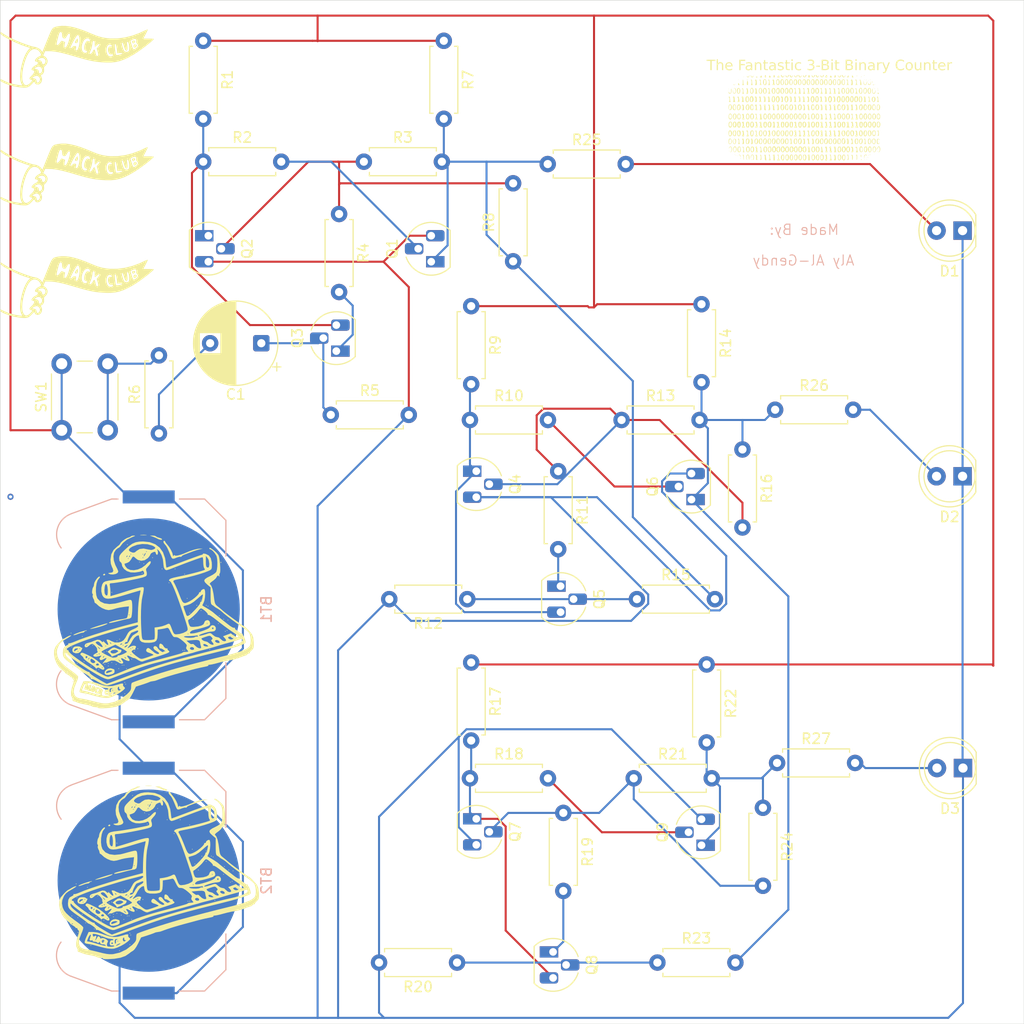
<source format=kicad_pcb>
(kicad_pcb (version 20241229) (generator "pcbnew") (generator_version "9.0")
  (layers (0 "F.Cu" signal) (2 "B.Cu" signal) (13 "F.Paste" user) (15 "B.Paste" user) (5 "F.SilkS" user "F.Silkscreen") (7 "B.SilkS" user "B.Silkscreen") (1 "F.Mask" user) (3 "B.Mask" user) (25 "Edge.Cuts" user))
  (net 0 "")
  (net 1 "Net-(BT1-+)")
  (net 2 "Net-(BT1--)")
  (net 3 "Net-(BT2--)")
  (net 4 "Net-(C1-Pad2)")
  (net 5 "Net-(Q3-B)")
  (net 6 "Net-(D1-A)")
  (net 7 "Net-(D2-A)")
  (net 8 "Net-(D3-A)")
  (net 9 "Net-(Q1-C)")
  (net 10 "Net-(Q1-B)")
  (net 11 "Net-(Q2-C)")
  (net 12 "Net-(Q2-B)")
  (net 13 "Net-(Q3-C)")
  (net 14 "Net-(Q4-B)")
  (net 15 "Net-(Q4-C)")
  (net 16 "Net-(Q5-B)")
  (net 17 "Net-(Q5-C)")
  (net 18 "Net-(Q6-B)")
  (net 19 "Net-(Q6-C)")
  (net 20 "Net-(Q7-C)")
  (net 21 "Net-(Q7-B)")
  (net 22 "Net-(Q8-C)")
  (net 23 "Net-(Q8-B)")
  (net 24 "Net-(Q9-C)")
  (net 25 "Net-(Q9-B)")
  (net 26 "Net-(R6-Pad2)")
  (footprint "Package_TO_SOT_THT:TO-92L_HandSolder" (layer "F.Cu") (at 176.5 86 -90)
    (property "Reference" "Q4" (at 1.27 -3.8 90) (layer "F.SilkS"))
    (property "Value" "NPN")
    (pad "1" thru_hole rect (at 0 0 270) (size 1.1 1.8) (drill 0.75 (offset 0 0.4)) (layers "*.Cu" "*.Mask") (net 15 "Net-(Q4-C)"))
    (pad "2" thru_hole roundrect (at 1.27 -1.27 270) (size 1.1 1.8) (drill 0.75 (offset 0 -0.4)) (layers "*.Cu" "*.Mask") (net 14 "Net-(Q4-B)"))
    (pad "3" thru_hole roundrect (at 2.54 0 270) (size 1.1 1.8) (drill 0.75 (offset 0 0.4)) (layers "*.Cu" "*.Mask") (net 3 "Net-(BT2--)"))
  )
  (footprint "Resistor_THT:R_Axial_DIN0207_L6.3mm_D2.5mm_P7.62mm_Horizontal" (layer "F.Cu") (at 176 69.88 -90)
    (property "Reference" "R9" (at 3.81 -2.37 90) (layer "F.SilkS"))
    (property "Value" "R")
    (pad "1" thru_hole circle (at 0 0 270) (size 1.6 1.6) (drill 0.8) (layers "*.Cu" "*.Mask") (net 1 "Net-(BT1-+)"))
    (pad "2" thru_hole circle (at 7.62 0 270) (size 1.6 1.6) (drill 0.8) (layers "*.Cu" "*.Mask") (net 15 "Net-(Q4-C)"))
  )
  (footprint "LOGO" (layer "F.Cu") (at 137.5 45.5)
    (property "Reference" "G***" (hide yes))
    (property "Value" "LOGO" (hide yes))
  )
  (footprint "Package_TO_SOT_THT:TO-92L_HandSolder" (layer "F.Cu") (at 197.52 88.77 90)
    (property "Reference" "Q6" (at 1.27 -3.8 90) (layer "F.SilkS"))
    (property "Value" "NPN")
    (pad "1" thru_hole rect (at 0 0 90) (size 1.1 1.8) (drill 0.75 (offset 0 0.4)) (layers "*.Cu" "*.Mask") (net 19 "Net-(Q6-C)"))
    (pad "2" thru_hole roundrect (at 1.27 -1.27 90) (size 1.1 1.8) (drill 0.75 (offset 0 -0.4)) (layers "*.Cu" "*.Mask") (net 18 "Net-(Q6-B)"))
    (pad "3" thru_hole roundrect (at 2.54 0 90) (size 1.1 1.8) (drill 0.75 (offset 0 0.4)) (layers "*.Cu" "*.Mask") (net 3 "Net-(BT2--)"))
  )
  (footprint "Resistor_THT:R_Axial_DIN0207_L6.3mm_D2.5mm_P7.62mm_Horizontal" (layer "F.Cu") (at 205.69 80)
    (property "Reference" "R26" (at 3.81 -2.37 0) (layer "F.SilkS"))
    (property "Value" "R")
    (pad "1" thru_hole circle (at 0 0) (size 1.6 1.6) (drill 0.8) (layers "*.Cu" "*.Mask") (net 19 "Net-(Q6-C)"))
    (pad "2" thru_hole circle (at 7.62 0) (size 1.6 1.6) (drill 0.8) (layers "*.Cu" "*.Mask") (net 7 "Net-(D2-A)"))
  )
  (footprint "Resistor_THT:R_Axial_DIN0207_L6.3mm_D2.5mm_P7.62mm_Horizontal" (layer "F.Cu") (at 205.88 114.5)
    (property "Reference" "R27" (at 3.81 -2.37 0) (layer "F.SilkS"))
    (property "Value" "R")
    (pad "1" thru_hole circle (at 0 0) (size 1.6 1.6) (drill 0.8) (layers "*.Cu" "*.Mask") (net 24 "Net-(Q9-C)"))
    (pad "2" thru_hole circle (at 7.62 0) (size 1.6 1.6) (drill 0.8) (layers "*.Cu" "*.Mask") (net 8 "Net-(D3-A)"))
  )
  (footprint "Resistor_THT:R_Axial_DIN0207_L6.3mm_D2.5mm_P7.62mm_Horizontal" (layer "F.Cu") (at 183.477349 56)
    (property "Reference" "R25" (at 3.81 -2.37 0) (layer "F.SilkS"))
    (property "Value" "R")
    (pad "1" thru_hole circle (at 0 0) (size 1.6 1.6) (drill 0.8) (layers "*.Cu" "*.Mask") (net 9 "Net-(Q1-C)"))
    (pad "2" thru_hole circle (at 7.62 0) (size 1.6 1.6) (drill 0.8) (layers "*.Cu" "*.Mask") (net 6 "Net-(D1-A)"))
  )
  (footprint "Resistor_THT:R_Axial_DIN0207_L6.3mm_D2.5mm_P7.62mm_Horizontal" (layer "F.Cu") (at 192.19 98.5)
    (property "Reference" "R15" (at 3.81 -2.37 0) (layer "F.SilkS"))
    (property "Value" "R")
    (pad "1" thru_hole circle (at 0 0) (size 1.6 1.6) (drill 0.8) (layers "*.Cu" "*.Mask") (net 16 "Net-(Q5-B)"))
    (pad "2" thru_hole circle (at 7.62 0) (size 1.6 1.6) (drill 0.8) (layers "*.Cu" "*.Mask") (net 9 "Net-(Q1-C)"))
  )
  (footprint "Resistor_THT:R_Axial_DIN0207_L6.3mm_D2.5mm_P7.62mm_Horizontal" (layer "F.Cu") (at 185 119.38 -90)
    (property "Reference" "R19" (at 3.81 -2.37 90) (layer "F.SilkS"))
    (property "Value" "R")
    (pad "1" thru_hole circle (at 0 0 270) (size 1.6 1.6) (drill 0.8) (layers "*.Cu" "*.Mask") (net 21 "Net-(Q7-B)"))
    (pad "2" thru_hole circle (at 7.62 0 270) (size 1.6 1.6) (drill 0.8) (layers "*.Cu" "*.Mask") (net 22 "Net-(Q8-C)"))
  )
  (footprint "Package_TO_SOT_THT:TO-92L_HandSolder" (layer "F.Cu") (at 184 132.96 -90)
    (property "Reference" "Q8" (at 1.27 -3.8 90) (layer "F.SilkS"))
    (property "Value" "NPN")
    (pad "1" thru_hole rect (at 0 0 270) (size 1.1 1.8) (drill 0.75 (offset 0 0.4)) (layers "*.Cu" "*.Mask") (net 22 "Net-(Q8-C)"))
    (pad "2" thru_hole roundrect (at 1.27 -1.27 270) (size 1.1 1.8) (drill 0.75 (offset 0 -0.4)) (layers "*.Cu" "*.Mask") (net 23 "Net-(Q8-B)"))
    (pad "3" thru_hole roundrect (at 2.54 0 270) (size 1.1 1.8) (drill 0.75 (offset 0 0.4)) (layers "*.Cu" "*.Mask") (net 20 "Net-(Q7-C)"))
  )
  (footprint "Package_TO_SOT_THT:TO-92L_HandSolder" (layer "F.Cu") (at 184.73 97.23 -90)
    (property "Reference" "Q5" (at 1.27 -3.8 90) (layer "F.SilkS"))
    (property "Value" "NPN")
    (pad "1" thru_hole rect (at 0 0 270) (size 1.1 1.8) (drill 0.75 (offset 0 0.4)) (layers "*.Cu" "*.Mask") (net 17 "Net-(Q5-C)"))
    (pad "2" thru_hole roundrect (at 1.27 -1.27 270) (size 1.1 1.8) (drill 0.75 (offset 0 -0.4)) (layers "*.Cu" "*.Mask") (net 16 "Net-(Q5-B)"))
    (pad "3" thru_hole roundrect (at 2.54 0 270) (size 1.1 1.8) (drill 0.75 (offset 0 0.4)) (layers "*.Cu" "*.Mask") (net 15 "Net-(Q4-C)"))
  )
  (footprint "Resistor_THT:R_Axial_DIN0207_L6.3mm_D2.5mm_P7.62mm_Horizontal" (layer "F.Cu") (at 163.097349 60.88 -90)
    (property "Reference" "R4" (at 3.81 -2.37 90) (layer "F.SilkS"))
    (property "Value" "R")
    (pad "1" thru_hole circle (at 0 0 270) (size 1.6 1.6) (drill 0.8) (layers "*.Cu" "*.Mask") (net 12 "Net-(Q2-B)"))
    (pad "2" thru_hole circle (at 7.62 0 270) (size 1.6 1.6) (drill 0.8) (layers "*.Cu" "*.Mask") (net 13 "Net-(Q3-C)"))
  )
  (footprint "LOGO" (layer "F.Cu") (at 145.5 125)
    (property "Reference" "G***" (hide yes))
    (property "Value" "LOGO" (hide yes))
  )
  (footprint "Resistor_THT:R_Axial_DIN0207_L6.3mm_D2.5mm_P7.62mm_Horizontal" (layer "F.Cu") (at 175.88 116)
    (property "Reference" "R18" (at 3.81 -2.37 0) (layer "F.SilkS"))
    (property "Value" "R")
    (pad "1" thru_hole circle (at 0 0) (size 1.6 1.6) (drill 0.8) (layers "*.Cu" "*.Mask") (net 20 "Net-(Q7-C)"))
    (pad "2" thru_hole circle (at 7.62 0) (size 1.6 1.6) (drill 0.8) (layers "*.Cu" "*.Mask") (net 25 "Net-(Q9-B)"))
  )
  (footprint "LED_THT:LED_D5.0mm" (layer "F.Cu") (at 224 86.5 180)
    (property "Reference" "D2" (at 1.27 -3.96 0) (layer "F.SilkS"))
    (property "Value" "LED")
    (pad "1" thru_hole rect (at 0 0 180) (size 1.8 1.8) (drill 0.9) (layers "*.Cu" "*.Mask") (net 3 "Net-(BT2--)"))
    (pad "2" thru_hole circle (at 2.54 0 180) (size 1.8 1.8) (drill 0.9) (layers "*.Cu" "*.Mask") (net 7 "Net-(D2-A)"))
  )
  (footprint "Resistor_THT:R_Axial_DIN0207_L6.3mm_D2.5mm_P7.62mm_Horizontal" (layer "F.Cu") (at 174.62 134 180)
    (property "Reference" "R20" (at 3.81 -2.37 0) (layer "F.SilkS"))
    (property "Value" "R")
    (pad "1" thru_hole circle (at 0 0 180) (size 1.6 1.6) (drill 0.8) (layers "*.Cu" "*.Mask") (net 23 "Net-(Q8-B)"))
    (pad "2" thru_hole circle (at 7.62 0 180) (size 1.6 1.6) (drill 0.8) (layers "*.Cu" "*.Mask") (net 3 "Net-(BT2--)"))
  )
  (footprint "Resistor_THT:R_Axial_DIN0207_L6.3mm_D2.5mm_P7.62mm_Horizontal" (layer "F.Cu") (at 162.287349 80.5)
    (property "Reference" "R5" (at 3.81 -2.37 0) (layer "F.SilkS"))
    (property "Value" "R")
    (pad "1" thru_hole circle (at 0 0) (size 1.6 1.6) (drill 0.8) (layers "*.Cu" "*.Mask") (net 5 "Net-(Q3-B)"))
    (pad "2" thru_hole circle (at 7.62 0) (size 1.6 1.6) (drill 0.8) (layers "*.Cu" "*.Mask") (net 3 "Net-(BT2--)"))
  )
  (footprint "Capacitor_THT:CP_Radial_D8.0mm_P5.00mm" (layer "F.Cu") (at 155.5 73.5 180)
    (property "Reference" "C1" (at 2.5 -5 0) (layer "F.SilkS"))
    (property "Value" "C")
    (pad "1" thru_hole roundrect (at 0 0 180) (size 1.6 1.6) (drill 0.8) (layers "*.Cu" "*.Mask") (roundrect_rratio 0.15625) (net 5 "Net-(Q3-B)"))
    (pad "2" thru_hole circle (at 5 0 180) (size 1.6 1.6) (drill 0.8) (layers "*.Cu" "*.Mask") (net 4 "Net-(C1-Pad2)"))
  )
  (footprint "Resistor_THT:R_Axial_DIN0207_L6.3mm_D2.5mm_P7.62mm_Horizontal" (layer "F.Cu") (at 149.827349 43.96 -90)
    (property "Reference" "R1" (at 3.81 -2.37 90) (layer "F.SilkS"))
    (property "Value" "R")
    (pad "1" thru_hole circle (at 0 0 270) (size 1.6 1.6) (drill 0.8) (layers "*.Cu" "*.Mask") (net 1 "Net-(BT1-+)"))
    (pad "2" thru_hole circle (at 7.62 0 270) (size 1.6 1.6) (drill 0.8) (layers "*.Cu" "*.Mask") (net 11 "Net-(Q2-C)"))
  )
  (footprint "Resistor_THT:R_Axial_DIN0207_L6.3mm_D2.5mm_P7.62mm_Horizontal" (layer "F.Cu") (at 173.327349 43.96 -90)
    (property "Reference" "R7" (at 3.81 -2.37 90) (layer "F.SilkS"))
    (property "Value" "R")
    (pad "1" thru_hole circle (at 0 0 270) (size 1.6 1.6) (drill 0.8) (layers "*.Cu" "*.Mask") (net 1 "Net-(BT1-+)"))
    (pad "2" thru_hole circle (at 7.62 0 270) (size 1.6 1.6) (drill 0.8) (layers "*.Cu" "*.Mask") (net 9 "Net-(Q1-C)"))
  )
  (footprint "Resistor_THT:R_Axial_DIN0207_L6.3mm_D2.5mm_P7.62mm_Horizontal" (layer "F.Cu") (at 184.5 86 -90)
    (property "Reference" "R11" (at 3.81 -2.37 90) (layer "F.SilkS"))
    (property "Value" "R")
    (pad "1" thru_hole circle (at 0 0 270) (size 1.6 1.6) (drill 0.8) (layers "*.Cu" "*.Mask") (net 14 "Net-(Q4-B)"))
    (pad "2" thru_hole circle (at 7.62 0 270) (size 1.6 1.6) (drill 0.8) (layers "*.Cu" "*.Mask") (net 17 "Net-(Q5-C)"))
  )
  (footprint "Resistor_THT:R_Axial_DIN0207_L6.3mm_D2.5mm_P7.62mm_Horizontal" (layer "F.Cu") (at 191.88 116)
    (property "Reference" "R21" (at 3.81 -2.37 0) (layer "F.SilkS"))
    (property "Value" "R")
    (pad "1" thru_hole circle (at 0 0) (size 1.6 1.6) (drill 0.8) (layers "*.Cu" "*.Mask") (net 21 "Net-(Q7-B)"))
    (pad "2" thru_hole circle (at 7.62 0) (size 1.6 1.6) (drill 0.8) (layers "*.Cu" "*.Mask") (net 24 "Net-(Q9-C)"))
  )
  (footprint "Package_TO_SOT_THT:TO-92L_HandSolder" (layer "F.Cu") (at 176.5 119.96 -90)
    (property "Reference" "Q7" (at 1.27 -3.8 90) (layer "F.SilkS"))
    (property "Value" "NPN")
    (pad "1" thru_hole rect (at 0 0 270) (size 1.1 1.8) (drill 0.75 (offset 0 0.4)) (layers "*.Cu" "*.Mask") (net 20 "Net-(Q7-C)"))
    (pad "2" thru_hole roundrect (at 1.27 -1.27 270) (size 1.1 1.8) (drill 0.75 (offset 0 -0.4)) (layers "*.Cu" "*.Mask") (net 21 "Net-(Q7-B)"))
    (pad "3" thru_hole roundrect (at 2.54 0 270) (size 1.1 1.8) (drill 0.75 (offset 0 0.4)) (layers "*.Cu" "*.Mask") (net 3 "Net-(BT2--)"))
  )
  (footprint "LED_THT:LED_D5.0mm" (layer "F.Cu") (at 224 62.5 180)
    (property "Reference" "D1" (at 1.27 -3.96 0) (layer "F.SilkS"))
    (property "Value" "LED")
    (pad "1" thru_hole rect (at 0 0 180) (size 1.8 1.8) (drill 0.9) (layers "*.Cu" "*.Mask") (net 3 "Net-(BT2--)"))
    (pad "2" thru_hole circle (at 2.54 0 180) (size 1.8 1.8) (drill 0.9) (layers "*.Cu" "*.Mask") (net 6 "Net-(D1-A)"))
  )
  (footprint "Resistor_THT:R_Axial_DIN0207_L6.3mm_D2.5mm_P7.62mm_Horizontal" (layer "F.Cu") (at 165.517349 55.77)
    (property "Reference" "R3" (at 3.81 -2.37 0) (layer "F.SilkS"))
    (property "Value" "R")
    (pad "1" thru_hole circle (at 0 0) (size 1.6 1.6) (drill 0.8) (layers "*.Cu" "*.Mask") (net 12 "Net-(Q2-B)"))
    (pad "2" thru_hole circle (at 7.62 0) (size 1.6 1.6) (drill 0.8) (layers "*.Cu" "*.Mask") (net 9 "Net-(Q1-C)"))
  )
  (footprint "Resistor_THT:R_Axial_DIN0207_L6.3mm_D2.5mm_P7.62mm_Horizontal" (layer "F.Cu") (at 175.62 98.5 180)
    (property "Reference" "R12" (at 3.81 -2.37 0) (layer "F.SilkS"))
    (property "Value" "R")
    (pad "1" thru_hole circle (at 0 0 180) (size 1.6 1.6) (drill 0.8) (layers "*.Cu" "*.Mask") (net 16 "Net-(Q5-B)"))
    (pad "2" thru_hole circle (at 7.62 0 180) (size 1.6 1.6) (drill 0.8) (layers "*.Cu" "*.Mask") (net 3 "Net-(BT2--)"))
  )
  (footprint "Package_TO_SOT_THT:TO-92L_HandSolder" (layer "F.Cu") (at 198.5 122.54 90)
    (property "Reference" "Q9" (at 1.27 -3.8 90) (layer "F.SilkS"))
    (property "Value" "NPN")
    (pad "1" thru_hole rect (at 0 0 90) (size 1.1 1.8) (drill 0.75 (offset 0 0.4)) (layers "*.Cu" "*.Mask") (net 24 "Net-(Q9-C)"))
    (pad "2" thru_hole roundrect (at 1.27 -1.27 90) (size 1.1 1.8) (drill 0.75 (offset 0 -0.4)) (layers "*.Cu" "*.Mask") (net 25 "Net-(Q9-B)"))
    (pad "3" thru_hole roundrect (at 2.54 0 90) (size 1.1 1.8) (drill 0.75 (offset 0 0.4)) (layers "*.Cu" "*.Mask") (net 3 "Net-(BT2--)"))
  )
  (footprint "Package_TO_SOT_THT:TO-92L_HandSolder" (layer "F.Cu") (at 172.097349 65.54 90)
    (property "Reference" "Q1" (at 1.27 -3.8 90) (layer "F.SilkS"))
    (property "Value" "NPN")
    (pad "1" thru_hole rect (at 0 0 90) (size 1.1 1.8) (drill 0.75 (offset 0 0.4)) (layers "*.Cu" "*.Mask") (net 9 "Net-(Q1-C)"))
    (pad "2" thru_hole roundrect (at 1.27 -1.27 90) (size 1.1 1.8) (drill 0.75 (offset 0 -0.4)) (layers "*.Cu" "*.Mask") (net 10 "Net-(Q1-B)"))
    (pad "3" thru_hole roundrect (at 2.54 0 90) (size 1.1 1.8) (drill 0.75 (offset 0 0.4)) (layers "*.Cu" "*.Mask") (net 3 "Net-(BT2--)"))
  )
  (footprint "Package_TO_SOT_THT:TO-92L_HandSolder" (layer "F.Cu") (at 150.327349 63 -90)
    (property "Reference" "Q2" (at 1.27 -3.8 90) (layer "F.SilkS"))
    (property "Value" "NPN")
    (pad "1" thru_hole rect (at 0 0 270) (size 1.1 1.8) (drill 0.75 (offset 0 0.4)) (layers "*.Cu" "*.Mask") (net 11 "Net-(Q2-C)"))
    (pad "2" thru_hole roundrect (at 1.27 -1.27 270) (size 1.1 1.8) (drill 0.75 (offset 0 -0.4)) (layers "*.Cu" "*.Mask") (net 12 "Net-(Q2-B)"))
    (pad "3" thru_hole roundrect (at 2.54 0 270) (size 1.1 1.8) (drill 0.75 (offset 0 0.4)) (layers "*.Cu" "*.Mask") (net 3 "Net-(BT2--)"))
  )
  (footprint "LOGO" (layer "F.Cu") (at 137.5 68)
    (property "Reference" "G***" (hide yes))
    (property "Value" "LOGO" (hide yes))
  )
  (footprint "LED_THT:LED_D5.0mm" (layer "F.Cu") (at 224.04 115 180)
    (property "Reference" "D3" (at 1.27 -3.96 0) (layer "F.SilkS"))
    (property "Value" "LED")
    (pad "1" thru_hole rect (at 0 0 180) (size 1.8 1.8) (drill 0.9) (layers "*.Cu" "*.Mask") (net 3 "Net-(BT2--)"))
    (pad "2" thru_hole circle (at 2.54 0 180) (size 1.8 1.8) (drill 0.9) (layers "*.Cu" "*.Mask") (net 8 "Net-(D3-A)"))
  )
  (footprint "Resistor_THT:R_Axial_DIN0207_L6.3mm_D2.5mm_P7.62mm_Horizontal" (layer "F.Cu") (at 149.827349 55.77)
    (property "Reference" "R2" (at 3.81 -2.37 0) (layer "F.SilkS"))
    (property "Value" "R")
    (pad "1" thru_hole circle (at 0 0) (size 1.6 1.6) (drill 0.8) (layers "*.Cu" "*.Mask") (net 11 "Net-(Q2-C)"))
    (pad "2" thru_hole circle (at 7.62 0) (size 1.6 1.6) (drill 0.8) (layers "*.Cu" "*.Mask") (net 10 "Net-(Q1-B)"))
  )
  (footprint "LOGO" (layer "F.Cu") (at 145 100.5)
    (property "Reference" "G***" (hide yes))
    (property "Value" "LOGO" (hide yes))
  )
  (footprint "Resistor_THT:R_Axial_DIN0207_L6.3mm_D2.5mm_P7.62mm_Horizontal" (layer "F.Cu") (at 145.5 82.31 90)
    (property "Reference" "R6" (at 3.81 -2.37 90) (layer "F.SilkS"))
    (property "Value" "R")
    (pad "1" thru_hole circle (at 0 0 90) (size 1.6 1.6) (drill 0.8) (layers "*.Cu" "*.Mask") (net 4 "Net-(C1-Pad2)"))
    (pad "2" thru_hole circle (at 7.62 0 90) (size 1.6 1.6) (drill 0.8) (layers "*.Cu" "*.Mask") (net 26 "Net-(R6-Pad2)"))
  )
  (footprint "Resistor_THT:R_Axial_DIN0207_L6.3mm_D2.5mm_P7.62mm_Horizontal" (layer "F.Cu") (at 202.5 83.88 -90)
    (property "Reference" "R16" (at 3.81 -2.37 90) (layer "F.SilkS"))
    (property "Value" "R")
    (pad "1" thru_hole circle (at 0 0 270) (size 1.6 1.6) (drill 0.8) (layers "*.Cu" "*.Mask") (net 19 "Net-(Q6-C)"))
    (pad "2" thru_hole circle (at 7.62 0 270) (size 1.6 1.6) (drill 0.8) (layers "*.Cu" "*.Mask") (net 14 "Net-(Q4-B)"))
  )
  (footprint "LOGO" (layer "F.Cu") (at 208.5 51.5)
    (property "Reference" "G***" (hide yes))
    (property "Value" "LOGO" (hide yes))
  )
  (footprint "LOGO" (layer "F.Cu") (at 137.5 57)
    (property "Reference" "G***" (hide yes))
    (property "Value" "LOGO" (hide yes))
  )
  (footprint "Resistor_THT:R_Axial_DIN0207_L6.3mm_D2.5mm_P7.62mm_Horizontal" (layer "F.Cu") (at 176 104.69 -90)
    (property "Reference" "R17" (at 3.81 -2.37 90) (layer "F.SilkS"))
    (property "Value" "R")
    (pad "1" thru_hole circle (at 0 0 270) (size 1.6 1.6) (drill 0.8) (layers "*.Cu" "*.Mask") (net 1 "Net-(BT1-+)"))
    (pad "2" thru_hole circle (at 7.62 0 270) (size 1.6 1.6) (drill 0.8) (layers "*.Cu" "*.Mask") (net 20 "Net-(Q7-C)"))
  )
  (footprint "Resistor_THT:R_Axial_DIN0207_L6.3mm_D2.5mm_P7.62mm_Horizontal" (layer "F.Cu") (at 204.5 118.88 -90)
    (property "Reference" "R24" (at 3.81 -2.37 90) (layer "F.SilkS"))
    (property "Value" "R")
    (pad "1" thru_hole circle (at 0 0 270) (size 1.6 1.6) (drill 0.8) (layers "*.Cu" "*.Mask") (net 24 "Net-(Q9-C)"))
    (pad "2" thru_hole circle (at 7.62 0 270) (size 1.6 1.6) (drill 0.8) (layers "*.Cu" "*.Mask") (net 21 "Net-(Q7-B)"))
  )
  (footprint "Resistor_THT:R_Axial_DIN0207_L6.3mm_D2.5mm_P7.62mm_Horizontal" (layer "F.Cu") (at 190.69 81)
    (property "Reference" "R13" (at 3.81 -2.37 0) (layer "F.SilkS"))
    (property "Value" "R")
    (pad "1" thru_hole circle (at 0 0) (size 1.6 1.6) (drill 0.8) (layers "*.Cu" "*.Mask") (net 14 "Net-(Q4-B)"))
    (pad "2" thru_hole circle (at 7.62 0) (size 1.6 1.6) (drill 0.8) (layers "*.Cu" "*.Mask") (net 19 "Net-(Q6-C)"))
  )
  (footprint "Resistor_THT:R_Axial_DIN0207_L6.3mm_D2.5mm_P7.62mm_Horizontal" (layer "F.Cu") (at 199 104.88 -90)
    (property "Reference" "R22" (at 3.81 -2.37 90) (layer "F.SilkS"))
    (property "Value" "R")
    (pad "1" thru_hole circle (at 0 0 270) (size 1.6 1.6) (drill 0.8) (layers "*.Cu" "*.Mask") (net 1 "Net-(BT1-+)"))
    (pad "2" thru_hole circle (at 7.62 0 270) (size 1.6 1.6) (drill 0.8) (layers "*.Cu" "*.Mask") (net 24 "Net-(Q9-C)"))
  )
  (footprint "Package_TO_SOT_THT:TO-92L_HandSolder" (layer "F.Cu") (at 162.827349 74.27 90)
    (property "Reference" "Q3" (at 1.27 -3.8 90) (layer "F.SilkS"))
    (property "Value" "NPN")
    (pad "1" thru_hole rect (at 0 0 90) (size 1.1 1.8) (drill 0.75 (offset 0 0.4)) (layers "*.Cu" "*.Mask") (net 13 "Net-(Q3-C)"))
    (pad "2" thru_hole roundrect (at 1.27 -1.27 90) (size 1.1 1.8) (drill 0.75 (offset 0 -0.4)) (layers "*.Cu" "*.Mask") (net 5 "Net-(Q3-B)"))
    (pad "3" thru_hole roundrect (at 2.54 0 90) (size 1.1 1.8) (drill 0.75 (offset 0 0.4)) (layers "*.Cu" "*.Mask") (net 11 "Net-(Q2-C)"))
  )
  (footprint "Resistor_THT:R_Axial_DIN0207_L6.3mm_D2.5mm_P7.62mm_Horizontal" (layer "F.Cu") (at 198.5 69.69 -90)
    (property "Reference" "R14" (at 3.81 -2.37 90) (layer "F.SilkS"))
    (property "Value" "R")
    (pad "1" thru_hole circle (at 0 0 270) (size 1.6 1.6) (drill 0.8) (layers "*.Cu" "*.Mask") (net 1 "Net-(BT1-+)"))
    (pad "2" thru_hole circle (at 7.62 0 270) (size 1.6 1.6) (drill 0.8) (layers "*.Cu" "*.Mask") (net 19 "Net-(Q6-C)"))
  )
  (footprint "Resistor_THT:R_Axial_DIN0207_L6.3mm_D2.5mm_P7.62mm_Horizontal" (layer "F.Cu") (at 175.88 81)
    (property "Reference" "R10" (at 3.81 -2.37 0) (layer "F.SilkS"))
    (property "Value" "R")
    (pad "1" thru_hole circle (at 0 0) (size 1.6 1.6) (drill 0.8) (layers "*.Cu" "*.Mask") (net 15 "Net-(Q4-C)"))
    (pad "2" thru_hole circle (at 7.62 0) (size 1.6 1.6) (drill 0.8) (layers "*.Cu" "*.Mask") (net 18 "Net-(Q6-B)"))
  )
  (footprint "Resistor_THT:R_Axial_DIN0207_L6.3mm_D2.5mm_P7.62mm_Horizontal" (layer "F.Cu") (at 180.097349 65.5 90)
    (property "Reference" "R8" (at 3.81 -2.37 90) (layer "F.SilkS"))
    (property "Value" "R")
    (pad "1" thru_hole circle (at 0 0 90) (size 1.6 1.6) (drill 0.8) (layers "*.Cu" "*.Mask") (net 9 "Net-(Q1-C)"))
    (pad "2" thru_hole circle (at 7.62 0 90) (size 1.6 1.6) (drill 0.8) (layers "*.Cu" "*.Mask") (net 12 "Net-(Q2-B)"))
  )
  (footprint "Button_Switch_THT:SW_PUSH_6mm" (layer "F.Cu") (at 136 82 90)
    (property "Reference" "SW1" (at 3.25 -2 90) (layer "F.SilkS"))
    (property "Value" "SW_Push")
    (pad "1" thru_hole circle (at 0 0 180) (size 2 2) (drill 1.1) (layers "*.Cu" "*.Mask") (net 1 "Net-(BT1-+)"))
    (pad "1" thru_hole circle (at 6.5 0 180) (size 2 2) (drill 1.1) (layers "*.Cu" "*.Mask") (net 1 "Net-(BT1-+)"))
    (pad "2" thru_hole circle (at 0 4.5 180) (size 2 2) (drill 1.1) (layers "*.Cu" "*.Mask") (net 26 "Net-(R6-Pad2)"))
    (pad "2" thru_hole circle (at 6.5 4.5 180) (size 2 2) (drill 1.1) (layers "*.Cu" "*.Mask") (net 26 "Net-(R6-Pad2)"))
  )
  (footprint "Resistor_THT:R_Axial_DIN0207_L6.3mm_D2.5mm_P7.62mm_Horizontal" (layer "F.Cu") (at 194.19 134)
    (property "Reference" "R23" (at 3.81 -2.37 0) (layer "F.SilkS"))
    (property "Value" "R")
    (pad "1" thru_hole circle (at 0 0) (size 1.6 1.6) (drill 0.8) (layers "*.Cu" "*.Mask") (net 23 "Net-(Q8-B)"))
    (pad "2" thru_hole circle (at 7.62 0) (size 1.6 1.6) (drill 0.8) (layers "*.Cu" "*.Mask") (net 19 "Net-(Q6-C)"))
  )
  (footprint "Battery:BatteryHolder_Keystone_3034_1x20mm" (layer "B.Cu") (at 144.5 99.5 90)
    (property "Reference" "BT1" (at 0 11.5 90) (layer "B.SilkS") (effects (justify mirror)))
    (property "Value" "Battery")
    (pad "1" smd rect (at -10.985 0 90) (size 1.27 5.08) (layers "B.Cu" "B.Mask" "B.Paste") (net 1 "Net-(BT1-+)"))
    (pad "1" smd rect (at 10.985 0 90) (size 1.27 5.08) (layers "B.Cu" "B.Mask" "B.Paste") (net 1 "Net-(BT1-+)"))
    (pad "2" smd circle (at 0 0 90) (size 17.8 17.8) (layers "B.Cu" "B.Mask") (net 2 "Net-(BT1--)"))
  )
  (footprint "Battery:BatteryHolder_Keystone_3034_1x20mm" (layer "B.Cu") (at 144.5 126 90)
    (property "Reference" "BT2" (at 0 11.5 90) (layer "B.SilkS") (effects (justify mirror)))
    (property "Value" "Battery")
    (pad "1" smd rect (at -10.985 0 90) (size 1.27 5.08) (layers "B.Cu" "B.Mask" "B.Paste") (net 2 "Net-(BT1--)"))
    (pad "1" smd rect (at 10.985 0 90) (size 1.27 5.08) (layers "B.Cu" "B.Mask" "B.Paste") (net 2 "Net-(BT1--)"))
    (pad "2" smd circle (at 0 0 90) (size 17.8 17.8) (layers "B.Cu" "B.Mask") (net 3 "Net-(BT2--)"))
  )
  (gr_rect (start 130 40) (end 230 140) (stroke (width 0.05)) (fill no) (layer "Edge.Cuts"))
  (gr_text "The Fantastic 3-Bit Binary Counter" (at 199 47 0) (layer "F.SilkS") (effects (font (size 1 1) (thickness 0.1)) (justify left bottom)))
  (gr_text "Aly Al-Gendy" (at 213.5 66 0) (layer "B.SilkS") (effects (font (size 1 1) (thickness 0.1)) (justify left bottom mirror)))
  (gr_text "Made By:" (at 212 63 0) (layer "B.SilkS") (effects (font (size 1 1) (thickness 0.1)) (justify left bottom mirror)))
  (via (at 131 88.5) (size 0.6) (drill 0.3) (layers "F.Cu" "B.Cu") (net 0))
  (segment (start 227 105) (end 226.88 104.88) (width 0.2) (layer "F.Cu") (net 1))
  (segment (start 161 41.5) (end 161 44) (width 0.2) (layer "F.Cu") (net 1))
  (segment (start 131.5 41.5) (end 161 41.5) (width 0.2) (layer "F.Cu") (net 1))
  (segment (start 188 70) (end 188.31 69.69) (width 0.2) (layer "F.Cu") (net 1))
  (segment (start 227 42) (end 227 105) (width 0.2) (layer "F.Cu") (net 1))
  (segment (start 187.38 69.88) (end 176 69.88) (width 0.2) (layer "F.Cu") (net 1))
  (segment (start 187.5 70) (end 187.38 69.88) (width 0.2) (layer "F.Cu") (net 1))
  (segment (start 173.327349 43.96) (end 160.5 43.96) (width 0.2) (layer "F.Cu") (net 1))
  (segment (start 149.827349 43.96) (end 160.5 43.96) (width 0.2) (layer "F.Cu") (net 1))
  (segment (start 188 41.5) (end 226.5 41.5) (width 0.2) (layer "F.Cu") (net 1))
  (segment (start 176.19 104.88) (end 176 104.69) (width 0.2) (layer "F.Cu") (net 1))
  (segment (start 188.31 69.69) (end 198.5 69.69) (width 0.2) (layer "F.Cu") (net 1))
  (segment (start 136 82) (end 131 82) (width 0.2) (layer "F.Cu") (net 1))
  (segment (start 188 41.5) (end 188 70) (width 0.2) (layer "F.Cu") (net 1))
  (segment (start 131 42) (end 131.5 41.5) (width 0.2) (layer "F.Cu") (net 1))
  (segment (start 131 82) (end 131 42) (width 0.2) (layer "F.Cu") (net 1))
  (segment (start 226.88 104.88) (end 199 104.88) (width 0.2) (layer "F.Cu") (net 1))
  (segment (start 188 70) (end 187.5 70) (width 0.2) (layer "F.Cu") (net 1))
  (segment (start 226.5 41.5) (end 227 42) (width 0.2) (layer "F.Cu") (net 1))
  (segment (start 199 104.88) (end 176.19 104.88) (width 0.2) (layer "F.Cu") (net 1))
  (segment (start 161 41.5) (end 188 41.5) (width 0.2) (layer "F.Cu") (net 1))
  (segment (start 153.701 95.688821) (end 146.527179 88.515) (width 0.2) (layer "B.Cu") (net 1))
  (segment (start 146.527179 88.515) (end 144.5 88.515) (width 0.2) (layer "B.Cu") (net 1))
  (segment (start 142.515 88.515) (end 136 82) (width 0.2) (layer "B.Cu") (net 1))
  (segment (start 144.5 110.485) (end 146.527179 110.485) (width 0.2) (layer "B.Cu") (net 1))
  (segment (start 136 82) (end 136 75.5) (width 0.2) (layer "B.Cu") (net 1))
  (segment (start 146.527179 110.485) (end 153.701 103.311179) (width 0.2) (layer "B.Cu") (net 1))
  (segment (start 144.5 88.515) (end 142.515 88.515) (width 0.2) (layer "B.Cu") (net 1))
  (segment (start 153.701 103.311179) (end 153.701 95.688821) (width 0.2) (layer "B.Cu") (net 1))
  (segment (start 141.659 112.174) (end 144.5 115.015) (width 0.2) (layer "B.Cu") (net 2))
  (segment (start 153.701 130.524) (end 147.24 136.985) (width 0.2) (layer "B.Cu") (net 2))
  (segment (start 141.659 102.341) (end 141.659 112.174) (width 0.2) (layer "B.Cu") (net 2))
  (segment (start 144.5 115.015) (end 146.527179 115.015) (width 0.2) (layer "B.Cu") (net 2))
  (segment (start 144.5 99.5) (end 141.659 102.341) (width 0.2) (layer "B.Cu") (net 2))
  (segment (start 146.527179 115.015) (end 153.701 122.188821) (width 0.2) (layer "B.Cu") (net 2))
  (segment (start 153.701 122.188821) (end 153.701 130.524) (width 0.2) (layer "B.Cu") (net 2))
  (segment (start 147.24 136.985) (end 144.5 136.985) (width 0.2) (layer "B.Cu") (net 2))
  (segment (start 169.907349 68.012206) (end 167.435143 65.54) (width 0.2) (layer "F.Cu") (net 3))
  (segment (start 167.435143 65.54) (end 169.975143 63) (width 0.2) (layer "F.Cu") (net 3))
  (segment (start 169.907349 80.5) (end 169.907349 68.012206) (width 0.2) (layer "F.Cu") (net 3))
  (segment (start 169.975143 63) (end 172.097349 63) (width 0.2) (layer "F.Cu") (net 3))
  (segment (start 150.327349 65.54) (end 167.435143 65.54) (width 0.2) (layer "F.Cu") (net 3))
  (segment (start 224 62.5) (end 224 86.5) (width 0.2) (layer "B.Cu") (net 3))
  (segment (start 224.04 115) (end 224.04 137.96) (width 0.2) (layer "B.Cu") (net 3))
  (segment (start 169.907349 80.5) (end 161 89.407349) (width 0.2) (layer "B.Cu") (net 3))
  (segment (start 194.649 88.021206) (end 194.649 86.978794) (width 0.2) (layer "B.Cu") (net 3))
  (segment (start 168 98.5) (end 163 103.5) (width 0.2) (layer "B.Cu") (net 3))
  (segment (start 189.709 111.209) (end 198.5 120) (width 0.2) (layer "B.Cu") (net 3))
  (segment (start 193.291 98.04395) (end 183.78705 88.54) (width 0.2) (layer "B.Cu") (net 3))
  (segment (start 200.911 94.283206) (end 194.649 88.021206) (width 0.2) (layer "B.Cu") (net 3))
  (segment (start 222.601 139.399) (end 167.5 139.399) (width 0.2) (layer "B.Cu") (net 3))
  (segment (start 174.779 120.779) (end 174.779 111.97395) (width 0.2) (layer "B.Cu") (net 3))
  (segment (start 167 134) (end 167 119.75295) (width 0.2) (layer "B.Cu") (net 3))
  (segment (start 224 114.96) (end 224.04 115) (width 0.2) (layer "B.Cu") (net 3))
  (segment (start 161 139.399) (end 143.137 139.399) (width 0.2) (layer "B.Cu") (net 3))
  (segment (start 161 89.407349) (end 161 139.399) (width 0.2) (layer "B.Cu") (net 3))
  (segment (start 191.62605 100.621) (end 193.291 98.95605) (width 0.2) (layer "B.Cu") (net 3))
  (segment (start 224.04 137.96) (end 222.601 139.399) (width 0.2) (layer "B.Cu") (net 3))
  (segment (start 141.659 137.921) (end 141.659 128.841) (width 0.2) (layer "B.Cu") (net 3))
  (segment (start 167 134) (end 167 138.899) (width 0.2) (layer "B.Cu") (net 3))
  (segment (start 143.137 139.399) (end 141.659 137.921) (width 0.2) (layer "B.Cu") (net 3))
  (segment (start 188.29295 88.54) (end 199.35395 99.601) (width 0.2) (layer "B.Cu") (net 3))
  (segment (start 167 119.75295) (end 174.779 111.97395) (width 0.2) (layer "B.Cu") (net 3))
  (segment (start 200.911 98.95605) (end 200.911 94.283206) (width 0.2) (layer "B.Cu") (net 3))
  (segment (start 170.121 100.621) (end 191.62605 100.621) (width 0.2) (layer "B.Cu") (net 3))
  (segment (start 167.5 139.399) (end 163 139.399) (width 0.2) (layer "B.Cu") (net 3))
  (segment (start 200.26605 99.601) (end 200.911 98.95605) (width 0.2) (layer "B.Cu") (net 3))
  (segment (start 194.649 86.978794) (end 195.397794 86.23) (width 0.2) (layer "B.Cu") (net 3))
  (segment (start 195.397794 86.23) (end 197.52 86.23) (width 0.2) (layer "B.Cu") (net 3))
  (segment (start 163 139.399) (end 161 139.399) (width 0.2) (layer "B.Cu") (net 3))
  (segment (start 141.659 128.841) (end 144.5 126) (width 0.2) (layer "B.Cu") (net 3))
  (segment (start 174.779 111.97395) (end 175.54395 111.209) (width 0.2) (layer "B.Cu") (net 3))
  (segment (start 168 98.5) (end 170.121 100.621) (width 0.2) (layer "B.Cu") (net 3))
  (segment (start 176.5 88.54) (end 188.29295 88.54) (width 0.2) (layer "B.Cu") (net 3))
  (segment (start 224 86.5) (end 224 114.96) (width 0.2) (layer "B.Cu") (net 3))
  (segment (start 193.291 98.95605) (end 193.291 98.04395) (width 0.2) (layer "B.Cu") (net 3))
  (segment (start 167 138.899) (end 167.5 139.399) (width 0.2) (layer "B.Cu") (net 3))
  (segment (start 175.54395 111.209) (end 189.709 111.209) (width 0.2) (layer "B.Cu") (net 3))
  (segment (start 199.35395 99.601) (end 200.26605 99.601) (width 0.2) (layer "B.Cu") (net 3))
  (segment (start 176.5 122.5) (end 174.779 120.779) (width 0.2) (layer "B.Cu") (net 3))
  (segment (start 183.78705 88.54) (end 176.5 88.54) (width 0.2) (layer "B.Cu") (net 3))
  (segment (start 163 103.5) (end 163 139.399) (width 0.2) (layer "B.Cu") (net 3))
  (segment (start 145.5 82.31) (end 145.5 78.5) (width 0.2) (layer "B.Cu") (net 4))
  (segment (start 145.5 78.5) (end 150.5 73.5) (width 0.2) (layer "B.Cu") (net 4))
  (segment (start 161.557349 73) (end 161.557349 79.77) (width 0.2) (layer "B.Cu") (net 5))
  (segment (start 161.557349 79.77) (end 162.287349 80.5) (width 0.2) (layer "B.Cu") (net 5))
  (segment (start 161.057349 73.5) (end 161.557349 73) (width 0.2) (layer "B.Cu") (net 5))
  (segment (start 155.5 73.5) (end 161.057349 73.5) (width 0.2) (layer "B.Cu") (net 5))
  (segment (start 191.097349 56) (end 214.96 56) (width 0.2) (layer "F.Cu") (net 6))
  (segment (start 214.96 56) (end 221.46 62.5) (width 0.2) (layer "F.Cu") (net 6))
  (segment (start 213.31 80) (end 214.96 80) (width 0.2) (layer "B.Cu") (net 7))
  (segment (start 214.96 80) (end 221.46 86.5) (width 0.2) (layer "B.Cu") (net 7))
  (segment (start 213.5 114.5) (end 214 114.5) (width 0.2) (layer "B.Cu") (net 8))
  (segment (start 214.5 115) (end 221.5 115) (width 0.2) (layer "B.Cu") (net 8))
  (segment (start 214 114.5) (end 214.5 115) (width 0.2) (layer "B.Cu") (net 8))
  (segment (start 191.791 77.193651) (end 191.791 90.481) (width 0.2) (layer "B.Cu") (net 9))
  (segment (start 177.5 55.77) (end 183.247349 55.77) (width 0.2) (layer "B.Cu") (net 9))
  (segment (start 173.698349 63.939) (end 173.698349 56.331) (width 0.2) (layer "B.Cu") (net 9))
  (segment (start 177.5 62.902651) (end 177.5 55.77) (width 0.2) (layer "B.Cu") (net 9))
  (segment (start 172.097349 65.54) (end 173.698349 63.939) (width 0.2) (layer "B.Cu") (net 9))
  (segment (start 173.137349 55.77) (end 177.5 55.77) (width 0.2) (layer "B.Cu") (net 9))
  (segment (start 173.327349 55.58) (end 173.137349 55.77) (width 0.2) (layer "B.Cu") (net 9))
  (segment (start 173.327349 51.58) (end 173.327349 55.58) (width 0.2) (layer "B.Cu") (net 9))
  (segment (start 191.791 90.481) (end 199.81 98.5) (width 0.2) (layer "B.Cu") (net 9))
  (segment (start 180.097349 65.5) (end 177.5 62.902651) (width 0.2) (layer "B.Cu") (net 9))
  (segment (start 180.097349 65.5) (end 191.791 77.193651) (width 0.2) (layer "B.Cu") (net 9))
  (segment (start 183.247349 55.77) (end 183.477349 56) (width 0.2) (layer "B.Cu") (net 9))
  (segment (start 173.698349 56.331) (end 173.137349 55.77) (width 0.2) (layer "B.Cu") (net 9))
  (segment (start 157.447349 55.77) (end 162.327349 55.77) (width 0.2) (layer "B.Cu") (net 10))
  (segment (start 162.327349 55.77) (end 170.827349 64.27) (width 0.2) (layer "B.Cu") (net 10))
  (segment (start 148.726349 66.061206) (end 148.726349 56.871) (width 0.2) (layer "F.Cu") (net 11))
  (segment (start 148.726349 56.871) (end 149.827349 55.77) (width 0.2) (layer "F.Cu") (net 11))
  (segment (start 162.827349 71.73) (end 154.395143 71.73) (width 0.2) (layer "F.Cu") (net 11))
  (segment (start 154.395143 71.73) (end 148.726349 66.061206) (width 0.2) (layer "F.Cu") (net 11))
  (segment (start 149.827349 55.77) (end 149.827349 62.5) (width 0.2) (layer "B.Cu") (net 11))
  (segment (start 149.827349 62.5) (end 150.327349 63) (width 0.2) (layer "B.Cu") (net 11))
  (segment (start 149.827349 51.58) (end 149.827349 55.77) (width 0.2) (layer "B.Cu") (net 11))
  (segment (start 163.097349 58) (end 163.097349 55.867349) (width 0.2) (layer "F.Cu") (net 12))
  (segment (start 163.097349 60.88) (end 163.097349 58) (width 0.2) (layer "F.Cu") (net 12))
  (segment (start 163.217349 57.88) (end 163.097349 58) (width 0.2) (layer "F.Cu") (net 12))
  (segment (start 180.097349 57.88) (end 163.217349 57.88) (width 0.2) (layer "F.Cu") (net 12))
  (segment (start 163.097349 55.867349) (end 163 55.77) (width 0.2) (layer "F.Cu") (net 12))
  (segment (start 151.597349 64.27) (end 160.097349 55.77) (width 0.2) (layer "F.Cu") (net 12))
  (segment (start 163 55.77) (end 165.517349 55.77) (width 0.2) (layer "F.Cu") (net 12))
  (segment (start 160.097349 55.77) (end 163 55.77) (width 0.2) (layer "F.Cu") (net 12))
  (segment (start 164.428349 69.831) (end 164.428349 72.669) (width 0.2) (layer "B.Cu") (net 13))
  (segment (start 163.097349 68.5) (end 164.428349 69.831) (width 0.2) (layer "B.Cu") (net 13))
  (segment (start 164.428349 72.669) (end 162.827349 74.27) (width 0.2) (layer "B.Cu") (net 13))
  (segment (start 182.399 83.899) (end 182.399 80.54395) (width 0.2) (layer "F.Cu") (net 14))
  (segment (start 184.5 86) (end 182.399 83.899) (width 0.2) (layer "F.Cu") (net 14))
  (segment (start 183.04395 79.899) (end 189.589 79.899) (width 0.2) (layer "F.Cu") (net 14))
  (segment (start 182.399 80.54395) (end 183.04395 79.899) (width 0.2) (layer "F.Cu") (net 14))
  (segment (start 189.589 79.899) (end 190.69 81) (width 0.2) (layer "F.Cu") (net 14))
  (segment (start 202.5 89.087794) (end 202.5 91.5) (width 0.2) (layer "F.Cu") (net 14))
  (segment (start 194.412206 81) (end 202.5 89.087794) (width 0.2) (layer "F.Cu") (net 14))
  (segment (start 190.69 81) (end 194.412206 81) (width 0.2) (layer "F.Cu") (net 14))
  (segment (start 177.77 87.27) (end 184.42 87.27) (width 0.2) (layer "B.Cu") (net 14))
  (segment (start 184.42 87.27) (end 190.69 81) (width 0.2) (layer "B.Cu") (net 14))
  (segment (start 175.88 85.38) (end 176.5 86) (width 0.2) (layer "B.Cu") (net 15))
  (segment (start 184.73 99.77) (end 175.33295 99.77) (width 0.2) (layer "B.Cu") (net 15))
  (segment (start 175.88 81) (end 175.88 85.38) (width 0.2) (layer "B.Cu") (net 15))
  (segment (start 176 77.5) (end 176 78) (width 0.2) (layer "B.Cu") (net 15))
  (segment (start 174.519 87.981) (end 176.5 86) (width 0.2) (layer "B.Cu") (net 15))
  (segment (start 174.519 98.95605) (end 174.519 87.981) (width 0.2) (layer "B.Cu") (net 15))
  (segment (start 176 78) (end 175.88 78.12) (width 0.2) (layer "B.Cu") (net 15))
  (segment (start 175.88 78.12) (end 175.88 81) (width 0.2) (layer "B.Cu") (net 15))
  (segment (start 175.33295 99.77) (end 174.519 98.95605) (width 0.2) (layer "B.Cu") (net 15))
  (segment (start 186 98.5) (end 192.19 98.5) (width 0.2) (layer "B.Cu") (net 16))
  (segment (start 175.62 98.5) (end 186 98.5) (width 0.2) (layer "B.Cu") (net 16))
  (segment (start 184.5 97) (end 184.5 93.62) (width 0.2) (layer "B.Cu") (net 17))
  (segment (start 184.73 97.23) (end 184.5 97) (width 0.2) (layer "B.Cu") (net 17))
  (segment (start 190 87.5) (end 196.25 87.5) (width 0.2) (layer "F.Cu") (net 18))
  (segment (start 183.5 81) (end 190 87.5) (width 0.2) (layer "F.Cu") (net 18))
  (segment (start 198.31 81) (end 199.121 81.811) (width 0.2) (layer "B.Cu") (net 19))
  (segment (start 202.5 81) (end 204.69 81) (width 0.2) (layer "B.Cu") (net 19))
  (segment (start 199.121 87.169) (end 197.52 88.77) (width 0.2) (layer "B.Cu") (net 19))
  (segment (start 202.5 83.88) (end 202.5 81) (width 0.2) (layer "B.Cu") (net 19))
  (segment (start 206.981 128.829) (end 201.81 134) (width 0.2) (layer "B.Cu") (net 19))
  (segment (start 204.69 81) (end 205.69 80) (width 0.2) (layer "B.Cu") (net 19))
  (segment (start 198.5 80.81) (end 198.31 81) (width 0.2) (layer "B.Cu") (net 19))
  (segment (start 197.52 88.77) (end 206.981 98.231) (width 0.2) (layer "B.Cu") (net 19))
  (segment (start 206.981 98.231) (end 206.981 128.829) (width 0.2) (layer "B.Cu") (net 19))
  (segment (start 198.5 77.31) (end 198.5 80.81) (width 0.2) (layer "B.Cu") (net 19))
  (segment (start 198.31 81) (end 202.5 81) (width 0.2) (layer "B.Cu") (net 19))
  (segment (start 199.121 81.811) (end 199.121 87.169) (width 0.2) (layer "B.Cu") (net 19))
  (segment (start 179.371 120.708794) (end 178.622206 119.96) (width 0.2) (layer "F.Cu") (net 20))
  (segment (start 179.371 130.871) (end 179.371 120.708794) (width 0.2) (layer "F.Cu") (net 20))
  (segment (start 178.622206 119.96) (end 176.5 119.96) (width 0.2) (layer "F.Cu") (net 20))
  (segment (start 184 135.5) (end 179.371 130.871) (width 0.2) (layer "F.Cu") (net 20))
  (segment (start 176 115.88) (end 175.88 116) (width 0.2) (layer "B.Cu") (net 20))
  (segment (start 176 112.31) (end 176 115.88) (width 0.2) (layer "B.Cu") (net 20))
  (segment (start 175.88 119.34) (end 176.5 119.96) (width 0.2) (layer "B.Cu") (net 20))
  (segment (start 175.88 116) (end 175.88 119.34) (width 0.2) (layer "B.Cu") (net 20))
  (segment (start 191.88 116) (end 191.88 118.042206) (width 0.2) (layer "B.Cu") (net 21))
  (segment (start 185 119.38) (end 188.5 119.38) (width 0.2) (layer "B.Cu") (net 21))
  (segment (start 179.62 119.38) (end 185 119.38) (width 0.2) (layer "B.Cu") (net 21))
  (segment (start 188.5 119.38) (end 191.88 116) (width 0.2) (layer "B.Cu") (net 21))
  (segment (start 191.88 118.042206) (end 200.337794 126.5) (width 0.2) (layer "B.Cu") (net 21))
  (segment (start 177.77 121.23) (end 179.62 119.38) (width 0.2) (layer "B.Cu") (net 21))
  (segment (start 200.337794 126.5) (end 204.5 126.5) (width 0.2) (layer "B.Cu") (net 21))
  (segment (start 185 131.96) (end 184 132.96) (width 0.2) (layer "B.Cu") (net 22))
  (segment (start 185 127) (end 185 131.96) (width 0.2) (layer "B.Cu") (net 22))
  (segment (start 185.5 134) (end 194.19 134) (width 0.2) (layer "B.Cu") (net 23))
  (segment (start 185.04 134) (end 185.27 134.23) (width 0.2) (layer "B.Cu") (net 23))
  (segment (start 174.62 134) (end 185.04 134) (width 0.2) (layer "B.Cu") (net 23))
  (segment (start 185.27 134.23) (end 185.5 134) (width 0.2) (layer "B.Cu") (net 23))
  (segment (start 199 115.5) (end 199.5 116) (width 0.2) (layer "B.Cu") (net 24))
  (segment (start 204.5 118.88) (end 204.5 116) (width 0.2) (layer "B.Cu") (net 24))
  (segment (start 200.299999 116.799999) (end 200.299999 120.740001) (width 0.2) (layer "B.Cu") (net 24))
  (segment (start 199.5 116) (end 200.299999 116.799999) (width 0.2) (layer "B.Cu") (net 24))
  (segment (start 200.299999 120.740001) (end 198.5 122.54) (width 0.2) (layer "B.Cu") (net 24))
  (segment (start 204.44 115.94) (end 205.88 114.5) (width 0.2) (layer "B.Cu") (net 24))
  (segment (start 204.5 116) (end 204.44 115.94) (width 0.2) (layer "B.Cu") (net 24))
  (segment (start 199.5 116) (end 204.38 116) (width 0.2) (layer "B.Cu") (net 24))
  (segment (start 199 112.5) (end 199 115.5) (width 0.2) (layer "B.Cu") (net 24))
  (segment (start 204.38 116) (end 204.44 115.94) (width 0.2) (layer "B.Cu") (net 24))
  (segment (start 197.23 121.27) (end 188.77 121.27) (width 0.2) (layer "F.Cu") (net 25))
  (segment (start 188.77 121.27) (end 183.5 116) (width 0.2) (layer "F.Cu") (net 25))
  (segment (start 140.5 82) (end 140.5 75.5) (width 0.2) (layer "B.Cu") (net 26))
  (segment (start 144.69 75.5) (end 145.5 74.69) (width 0.2) (layer "B.Cu") (net 26))
  (segment (start 140.5 75.5) (end 144.69 75.5) (width 0.2) (layer "B.Cu") (net 26))
)
</source>
